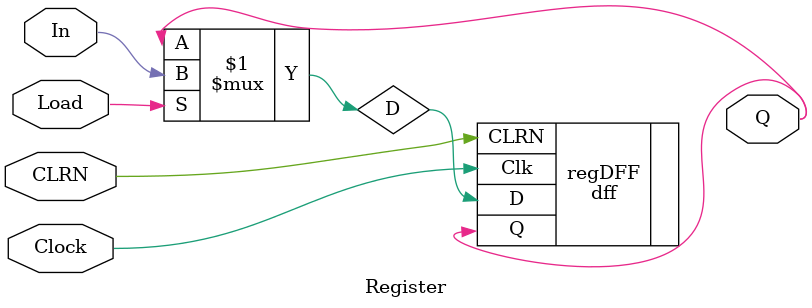
<source format=v>

`ifndef Register
	`define Register
	
module Register(In, Load, Clock, CLRN, Q);
  input In;
  input Load;
  input Clock;
  input CLRN;
  output Q;
  
  
  assign D = Load ? In : Q;
  dff regDFF (.D(D), .Clk(Clock), .CLRN(CLRN), .Q(Q)/*, .QN(_ignore23)*/);
  
endmodule

`endif

</source>
